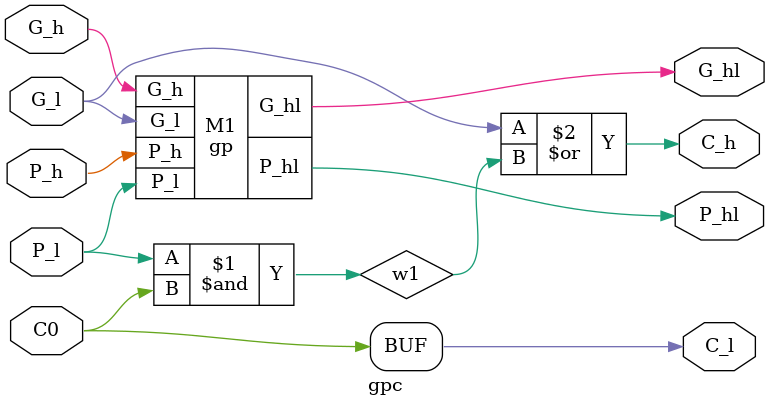
<source format=v>

module full_adder_gp(S, C, G, P, A, B, C0);
    output S, C, G, P;
    input A, B, C0;

    wire s0, c1;

    xor(s0, A, B);
    and(G, A, B);
    xor(S, C0, s0);
    and(c1, s0, C0);
    and(C, G, c1);
endmodule

module gp(G_hl, P_hl, G_h, P_h, G_l, P_l);
    output G_hl, P_hl;
    input G_h, P_h, G_l, P_l;

    wire w1;

    // we have G_hl if we either generate a carry on the higher order FA
    // or if we generate carry on lower order FA and propagate the carry
    // through the high-order FA
    // G_hl = G_h + G_l * P_h
    // P_hl = P_h * P_l

    and(w1, P_h, G_l);
    or(G_hl, w1, G_h);

    and(P_h1, P_h, P_l);
endmodule

module gpc(G_hl, P_hl, C_l, C_h, G_h, P_h, G_l, P_l, C0);
    output G_hl, P_hl, C_l, C_h;
    input G_h, P_h, G_l, P_l, C0;

    wire w1;

    gp M1(G_hl, P_hl, G_h, P_h, G_l, P_l);

    // C_h = G_l + P_l * C0
    // C_l = C0


    and(w1, P_l, C0);
    or(C_h, G_l, w1);

    assign C_l = C0;
endmodule



</source>
